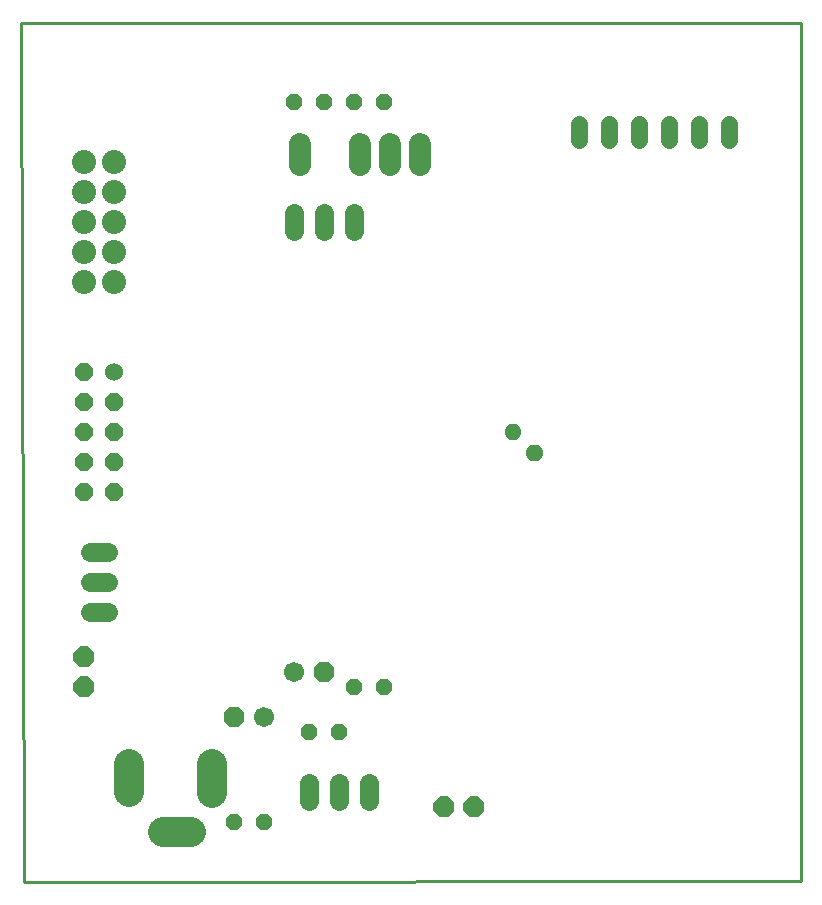
<source format=gts>
G75*
%MOIN*%
%OFA0B0*%
%FSLAX25Y25*%
%IPPOS*%
%LPD*%
%AMOC8*
5,1,8,0,0,1.08239X$1,22.5*
%
%ADD10C,0.00000*%
%ADD11C,0.01000*%
%ADD12OC8,0.05600*%
%ADD13C,0.06700*%
%ADD14OC8,0.06700*%
%ADD15C,0.06000*%
%ADD16OC8,0.06000*%
%ADD17C,0.05600*%
%ADD18C,0.06400*%
%ADD19C,0.01120*%
%ADD20C,0.09849*%
%ADD21C,0.08000*%
%ADD22C,0.07400*%
%ADD23OC8,0.07000*%
D10*
X0248233Y0001984D02*
X0262233Y0002284D01*
D11*
X0003233Y0001984D02*
X0002133Y0288384D01*
X0262133Y0288384D01*
X0262233Y0002284D01*
X0003233Y0001984D01*
D12*
X0073233Y0021984D03*
X0083233Y0021984D03*
X0098233Y0051984D03*
X0108233Y0051984D03*
X0113233Y0066984D03*
X0123233Y0066984D03*
X0123233Y0261984D03*
X0113233Y0261984D03*
X0103233Y0261984D03*
X0093233Y0261984D03*
D13*
X0093233Y0071984D03*
X0083233Y0056984D03*
D14*
X0073233Y0056984D03*
X0103233Y0071984D03*
D15*
X0033233Y0171984D03*
D16*
X0023233Y0171984D03*
X0023233Y0161984D03*
X0023233Y0151984D03*
X0023233Y0141984D03*
X0023233Y0131984D03*
X0033233Y0131984D03*
X0033233Y0141984D03*
X0033233Y0151984D03*
X0033233Y0161984D03*
D17*
X0188233Y0249384D02*
X0188233Y0254584D01*
X0198233Y0254584D02*
X0198233Y0249384D01*
X0208233Y0249384D02*
X0208233Y0254584D01*
X0218233Y0254584D02*
X0218233Y0249384D01*
X0228233Y0249384D02*
X0228233Y0254584D01*
X0238233Y0254584D02*
X0238233Y0249384D01*
D18*
X0113233Y0224984D02*
X0113233Y0218984D01*
X0103233Y0218984D02*
X0103233Y0224984D01*
X0093233Y0224984D02*
X0093233Y0218984D01*
X0031233Y0111984D02*
X0025233Y0111984D01*
X0025233Y0101984D02*
X0031233Y0101984D01*
X0031233Y0091984D02*
X0025233Y0091984D01*
X0098233Y0034984D02*
X0098233Y0028984D01*
X0108233Y0028984D02*
X0108233Y0034984D01*
X0118233Y0034984D02*
X0118233Y0028984D01*
D19*
X0172701Y0146793D02*
X0172141Y0147353D01*
X0173997Y0147353D01*
X0175308Y0146042D01*
X0175308Y0144186D01*
X0173997Y0142875D01*
X0172141Y0142875D01*
X0170830Y0144186D01*
X0170830Y0146042D01*
X0172141Y0147353D01*
X0172489Y0146513D01*
X0173649Y0146513D01*
X0174468Y0145694D01*
X0174468Y0144534D01*
X0173649Y0143715D01*
X0172489Y0143715D01*
X0171670Y0144534D01*
X0171670Y0145694D01*
X0172489Y0146513D01*
X0172837Y0145673D01*
X0173301Y0145673D01*
X0173628Y0145346D01*
X0173628Y0144882D01*
X0173301Y0144555D01*
X0172837Y0144555D01*
X0172510Y0144882D01*
X0172510Y0145346D01*
X0172837Y0145673D01*
X0165630Y0153864D02*
X0165070Y0154424D01*
X0166926Y0154424D01*
X0168237Y0153113D01*
X0168237Y0151257D01*
X0166926Y0149946D01*
X0165070Y0149946D01*
X0163759Y0151257D01*
X0163759Y0153113D01*
X0165070Y0154424D01*
X0165418Y0153584D01*
X0166578Y0153584D01*
X0167397Y0152765D01*
X0167397Y0151605D01*
X0166578Y0150786D01*
X0165418Y0150786D01*
X0164599Y0151605D01*
X0164599Y0152765D01*
X0165418Y0153584D01*
X0165766Y0152744D01*
X0166230Y0152744D01*
X0166557Y0152417D01*
X0166557Y0151953D01*
X0166230Y0151626D01*
X0165766Y0151626D01*
X0165439Y0151953D01*
X0165439Y0152417D01*
X0165766Y0152744D01*
D20*
X0065633Y0041209D02*
X0065633Y0031760D01*
X0058921Y0018709D02*
X0049472Y0018709D01*
X0038055Y0031976D02*
X0038055Y0041425D01*
D21*
X0033233Y0201984D03*
X0023233Y0201984D03*
X0023233Y0211984D03*
X0023233Y0221984D03*
X0023233Y0231984D03*
X0023233Y0241984D03*
X0033233Y0241984D03*
X0033233Y0231984D03*
X0033233Y0221984D03*
X0033233Y0211984D03*
D22*
X0095202Y0241083D02*
X0095202Y0248083D01*
X0115202Y0248083D02*
X0115202Y0241083D01*
X0125202Y0241083D02*
X0125202Y0248083D01*
X0135202Y0248083D02*
X0135202Y0241083D01*
D23*
X0023233Y0076984D03*
X0023233Y0066984D03*
X0143233Y0026984D03*
X0153233Y0026984D03*
M02*

</source>
